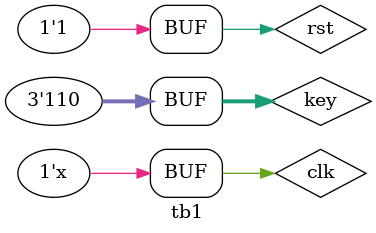
<source format=v>
`timescale 1ns / 1ps


module tb1;

	// Inputs
	reg clk;
	reg rst;
	reg [2:0] key;

	// Outputs
	wire [9:0] out_da_data;
	wire out_da_clk;
	wire out_da_wr;

	// Instantiate the Unit Under Test (UUT)
	top uut (
		.clk(clk), 
		.rst(rst), 
		.key(key), 
		.out_da_data(out_da_data), 
		.out_da_clk(out_da_clk), 
		.out_da_wr(out_da_wr)
	);

	
	initial begin
		// Initialize Inputs
		clk = 0;
		rst = 0;
		key = 3'b000;
	end
	always begin
	#12.5 clk=~clk;
	end
	
	initial begin
	#100 rst=1;
	#100 key = 3'b011;
	#819200 key = 3'b101;
	#819200 key = 3'b110;
      end
endmodule


</source>
